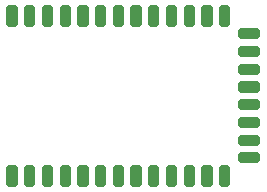
<source format=gtp>
G04 EAGLE Gerber RS-274X export*
G75*
%MOMM*%
%FSLAX34Y34*%
%LPD*%
%INTop Paste*%
%IPPOS*%
%AMOC8*
5,1,8,0,0,1.08239X$1,22.5*%
G01*
%ADD10C,0.694944*%


D10*
X153752Y40078D02*
X153752Y27722D01*
X151048Y27722D01*
X151048Y40078D01*
X153752Y40078D01*
X153752Y34324D02*
X151048Y34324D01*
X168752Y40078D02*
X168752Y27722D01*
X166048Y27722D01*
X166048Y40078D01*
X168752Y40078D01*
X168752Y34324D02*
X166048Y34324D01*
X183752Y40078D02*
X183752Y27722D01*
X181048Y27722D01*
X181048Y40078D01*
X183752Y40078D01*
X183752Y34324D02*
X181048Y34324D01*
X198752Y40078D02*
X198752Y27722D01*
X196048Y27722D01*
X196048Y40078D01*
X198752Y40078D01*
X198752Y34324D02*
X196048Y34324D01*
X213752Y40078D02*
X213752Y27722D01*
X211048Y27722D01*
X211048Y40078D01*
X213752Y40078D01*
X213752Y34324D02*
X211048Y34324D01*
X228752Y40078D02*
X228752Y27722D01*
X226048Y27722D01*
X226048Y40078D01*
X228752Y40078D01*
X228752Y34324D02*
X226048Y34324D01*
X243752Y40078D02*
X243752Y27722D01*
X241048Y27722D01*
X241048Y40078D01*
X243752Y40078D01*
X243752Y34324D02*
X241048Y34324D01*
X258752Y40078D02*
X258752Y27722D01*
X256048Y27722D01*
X256048Y40078D01*
X258752Y40078D01*
X258752Y34324D02*
X256048Y34324D01*
X273752Y40078D02*
X273752Y27722D01*
X271048Y27722D01*
X271048Y40078D01*
X273752Y40078D01*
X273752Y34324D02*
X271048Y34324D01*
X288752Y40078D02*
X288752Y27722D01*
X286048Y27722D01*
X286048Y40078D01*
X288752Y40078D01*
X288752Y34324D02*
X286048Y34324D01*
X303752Y40078D02*
X303752Y27722D01*
X301048Y27722D01*
X301048Y40078D01*
X303752Y40078D01*
X303752Y34324D02*
X301048Y34324D01*
X318752Y40078D02*
X318752Y27722D01*
X316048Y27722D01*
X316048Y40078D01*
X318752Y40078D01*
X318752Y34324D02*
X316048Y34324D01*
X333752Y40078D02*
X333752Y27722D01*
X331048Y27722D01*
X331048Y40078D01*
X333752Y40078D01*
X333752Y34324D02*
X331048Y34324D01*
X346922Y50652D02*
X359278Y50652D01*
X359278Y47948D01*
X346922Y47948D01*
X346922Y50652D01*
X346922Y65652D02*
X359278Y65652D01*
X359278Y62948D01*
X346922Y62948D01*
X346922Y65652D01*
X346922Y80652D02*
X359278Y80652D01*
X359278Y77948D01*
X346922Y77948D01*
X346922Y80652D01*
X346922Y95652D02*
X359278Y95652D01*
X359278Y92948D01*
X346922Y92948D01*
X346922Y95652D01*
X346922Y110652D02*
X359278Y110652D01*
X359278Y107948D01*
X346922Y107948D01*
X346922Y110652D01*
X346922Y125652D02*
X359278Y125652D01*
X359278Y122948D01*
X346922Y122948D01*
X346922Y125652D01*
X346922Y140652D02*
X359278Y140652D01*
X359278Y137948D01*
X346922Y137948D01*
X346922Y140652D01*
X346922Y155652D02*
X359278Y155652D01*
X359278Y152948D01*
X346922Y152948D01*
X346922Y155652D01*
X331048Y163122D02*
X331048Y175478D01*
X333752Y175478D01*
X333752Y163122D01*
X331048Y163122D01*
X331048Y169724D02*
X333752Y169724D01*
X316048Y175478D02*
X316048Y163122D01*
X316048Y175478D02*
X318752Y175478D01*
X318752Y163122D01*
X316048Y163122D01*
X316048Y169724D02*
X318752Y169724D01*
X301048Y175478D02*
X301048Y163122D01*
X301048Y175478D02*
X303752Y175478D01*
X303752Y163122D01*
X301048Y163122D01*
X301048Y169724D02*
X303752Y169724D01*
X286048Y175478D02*
X286048Y163122D01*
X286048Y175478D02*
X288752Y175478D01*
X288752Y163122D01*
X286048Y163122D01*
X286048Y169724D02*
X288752Y169724D01*
X271048Y175478D02*
X271048Y163122D01*
X271048Y175478D02*
X273752Y175478D01*
X273752Y163122D01*
X271048Y163122D01*
X271048Y169724D02*
X273752Y169724D01*
X256048Y175478D02*
X256048Y163122D01*
X256048Y175478D02*
X258752Y175478D01*
X258752Y163122D01*
X256048Y163122D01*
X256048Y169724D02*
X258752Y169724D01*
X241048Y175478D02*
X241048Y163122D01*
X241048Y175478D02*
X243752Y175478D01*
X243752Y163122D01*
X241048Y163122D01*
X241048Y169724D02*
X243752Y169724D01*
X226048Y175478D02*
X226048Y163122D01*
X226048Y175478D02*
X228752Y175478D01*
X228752Y163122D01*
X226048Y163122D01*
X226048Y169724D02*
X228752Y169724D01*
X211048Y175478D02*
X211048Y163122D01*
X211048Y175478D02*
X213752Y175478D01*
X213752Y163122D01*
X211048Y163122D01*
X211048Y169724D02*
X213752Y169724D01*
X196048Y175478D02*
X196048Y163122D01*
X196048Y175478D02*
X198752Y175478D01*
X198752Y163122D01*
X196048Y163122D01*
X196048Y169724D02*
X198752Y169724D01*
X181048Y175478D02*
X181048Y163122D01*
X181048Y175478D02*
X183752Y175478D01*
X183752Y163122D01*
X181048Y163122D01*
X181048Y169724D02*
X183752Y169724D01*
X166048Y175478D02*
X166048Y163122D01*
X166048Y175478D02*
X168752Y175478D01*
X168752Y163122D01*
X166048Y163122D01*
X166048Y169724D02*
X168752Y169724D01*
X151048Y175478D02*
X151048Y163122D01*
X151048Y175478D02*
X153752Y175478D01*
X153752Y163122D01*
X151048Y163122D01*
X151048Y169724D02*
X153752Y169724D01*
M02*

</source>
